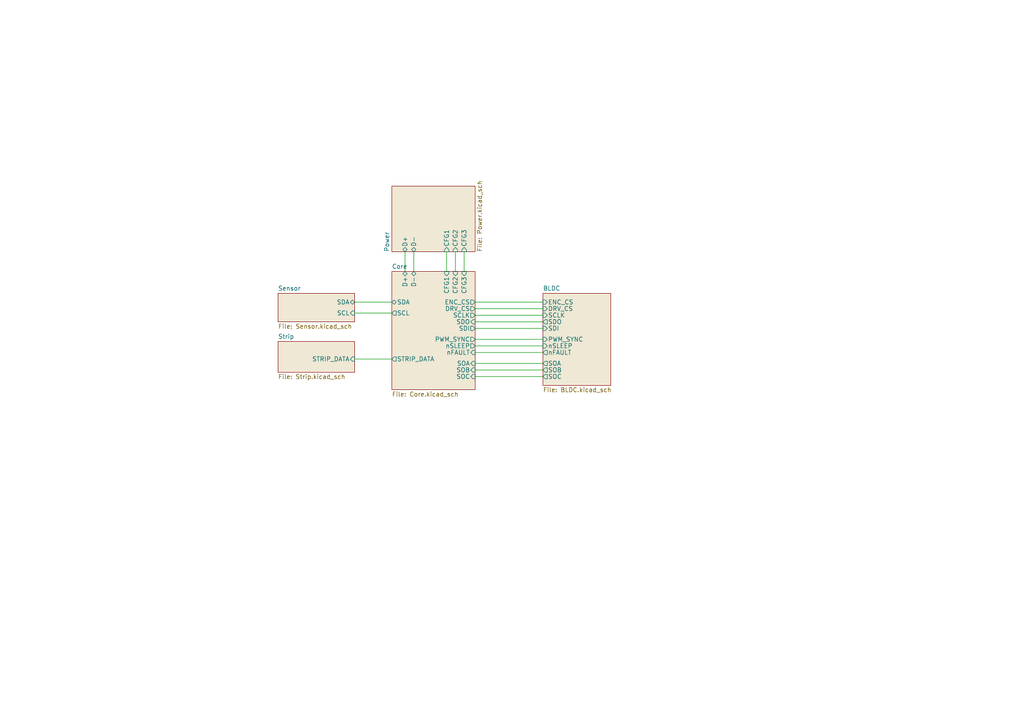
<source format=kicad_sch>
(kicad_sch (version 20230221) (generator eeschema)
  (paper "A4")
  (title_block (title "haptic-knob") (date "2023-02-11") (company "wirano"))
  (lib_symbols)
  (wire (pts (xy 137.795 91.44) (xy 157.48 91.44)))
  (wire (pts (xy 137.795 100.33) (xy 157.48 100.33)))
  (wire (pts (xy 137.795 89.535) (xy 157.48 89.535)))
  (wire (pts (xy 137.795 98.425) (xy 157.48 98.425)))
  (wire (pts (xy 137.795 102.235) (xy 157.48 102.235)))
  (wire (pts (xy 137.795 109.22) (xy 157.48 109.22)))
  (wire (pts (xy 137.795 93.345) (xy 157.48 93.345)))
  (wire (pts (xy 120.015 73.025) (xy 120.015 78.74)))
  (wire (pts (xy 132.08 73.025) (xy 132.08 78.74)))
  (wire (pts (xy 117.475 73.025) (xy 117.475 78.74)))
  (wire (pts (xy 134.62 73.025) (xy 134.62 78.74)))
  (wire (pts (xy 102.87 90.805) (xy 113.665 90.805)))
  (wire (pts (xy 102.87 104.14) (xy 113.665 104.14)))
  (wire (pts (xy 102.87 87.63) (xy 113.665 87.63)))
  (wire (pts (xy 137.795 105.41) (xy 157.48 105.41)))
  (wire (pts (xy 137.795 95.25) (xy 157.48 95.25)))
  (wire (pts (xy 129.54 73.025) (xy 129.54 78.74)))
  (wire (pts (xy 137.795 107.315) (xy 157.48 107.315)))
  (wire (pts (xy 137.795 87.63) (xy 157.48 87.63)))
  (sheet (at 157.48 85.09) (size 19.685 26.67) (stroke (width 0.1524)) (fill (color 238 232 213 1.0000))
    (property "Sheetname" "BLDC" (at 157.48 84.3784 0) (effects (justify left bottom)))
    (property "Sheetfile" "BLDC.kicad_sch" (at 157.48 112.3446 0) (effects (justify left top)))
    (pin "SOC" output (at 157.48 109.22 180))
    (pin "SOB" output (at 157.48 107.315 180))
    (pin "SCLK" input (at 157.48 91.44 180))
    (pin "nSLEEP" input (at 157.48 100.33 180))
    (pin "SDO" output (at 157.48 93.345 180))
    (pin "PWM_SYNC" input (at 157.48 98.425 180))
    (pin "nFAULT" output (at 157.48 102.235 180))
    (pin "DRV_CS" input (at 157.48 89.535 180))
    (pin "ENC_CS" input (at 157.48 87.63 180))
    (pin "SDI" input (at 157.48 95.25 180))
    (pin "SOA" output (at 157.48 105.41 180))
  )
  (sheet (at 113.665 78.74) (size 24.13 34.29) (stroke (width 0.1524)) (fill (color 238 232 213 1.0000))
    (property "Sheetname" "Core" (at 113.665 78.0284 0) (effects (justify left bottom)))
    (property "Sheetfile" "Core.kicad_sch" (at 113.665 113.6146 0) (effects (justify left top)))
    (pin "D-" bidirectional (at 120.015 78.74 90))
    (pin "D+" bidirectional (at 117.475 78.74 90))
    (pin "SCL" output (at 113.665 90.805 180))
    (pin "SDA" bidirectional (at 113.665 87.63 180))
    (pin "SDO" input (at 137.795 93.345 0))
    (pin "SCLK" output (at 137.795 91.44 0))
    (pin "nFAULT" input (at 137.795 102.235 0))
    (pin "nSLEEP" output (at 137.795 100.33 0))
    (pin "DRV_CS" output (at 137.795 89.535 0))
    (pin "PWM_SYNC" output (at 137.795 98.425 0))
    (pin "ENC_CS" output (at 137.795 87.63 0))
    (pin "CFG1" input (at 129.54 78.74 90))
    (pin "SOA" input (at 137.795 105.41 0))
    (pin "SOC" input (at 137.795 109.22 0))
    (pin "SOB" input (at 137.795 107.315 0))
    (pin "CFG2" input (at 132.08 78.74 90))
    (pin "CFG3" input (at 134.62 78.74 90))
    (pin "SDI" output (at 137.795 95.25 0))
    (pin "STRIP_DATA" output (at 113.665 104.14 180))
  )
  (sheet (at 113.665 53.975) (size 24.13 19.05) (stroke (width 0.1524)) (fill (color 238 232 213 1.0000))
    (property "Sheetname" "Power" (at 112.9534 73.025 90) (effects (justify left bottom)))
    (property "Sheetfile" "Power.kicad_sch" (at 138.3796 73.025 90) (effects (justify left top)))
    (pin "D+" bidirectional (at 117.475 73.025 270))
    (pin "D-" bidirectional (at 120.015 73.025 270))
    (pin "CFG1" input (at 129.54 73.025 270))
    (pin "CFG3" input (at 134.62 73.025 270))
    (pin "CFG2" input (at 132.08 73.025 270))
  )
  (sheet (at 80.645 99.06) (size 22.225 8.89) (stroke (width 0.1524)) (fill (color 238 232 213 1.0000))
    (property "Sheetname" "Strip" (at 80.645 98.3484 0) (effects (justify left bottom)))
    (property "Sheetfile" "Strip.kicad_sch" (at 80.645 108.5346 0) (effects (justify left top)))
    (pin "STRIP_DATA" input (at 102.87 104.14 0))
  )
  (sheet (at 80.645 85.09) (size 22.225 8.255) (stroke (width 0.1524)) (fill (color 238 232 213 1.0000))
    (property "Sheetname" "Sensor" (at 80.645 84.3784 0) (effects (justify left bottom)))
    (property "Sheetfile" "Sensor.kicad_sch" (at 80.645 93.9296 0) (effects (justify left top)))
    (pin "SDA" bidirectional (at 102.87 87.63 0))
    (pin "SCL" input (at 102.87 90.805 0))
  )
)
</source>
